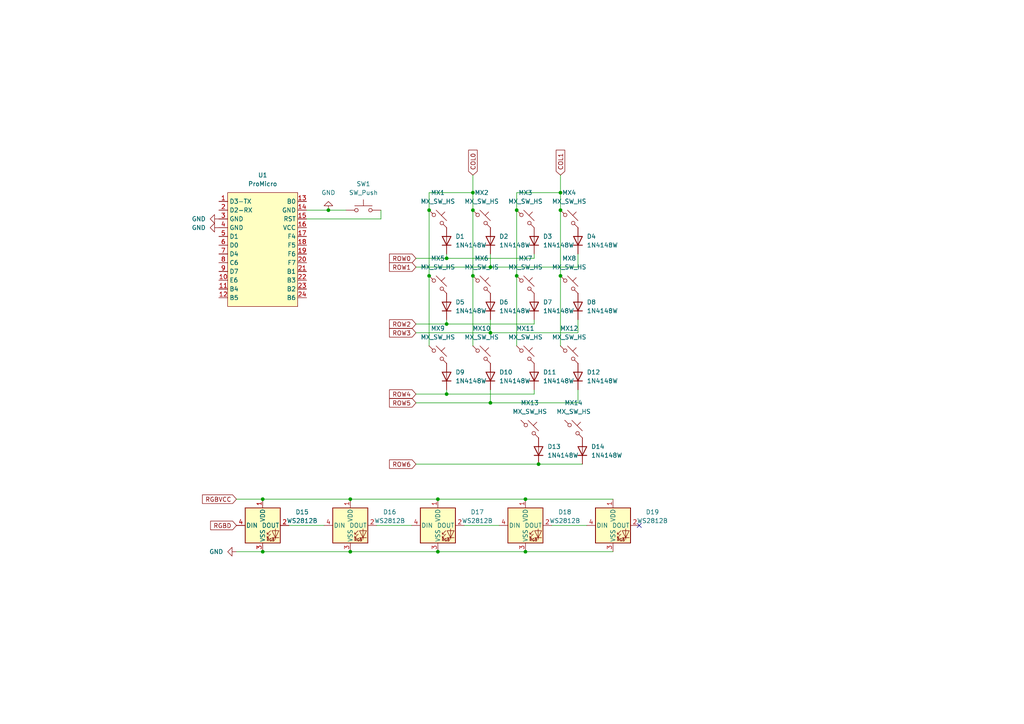
<source format=kicad_sch>
(kicad_sch (version 20230121) (generator eeschema)
  (paper "A4")
  (lib_symbols
    (symbol "Diode:1N4148W" (pin_numbers hide) (pin_names hide)
      (property "Reference" "D" (at 0 2.54 0))
      (property "Value" "1N4148W" (at 0 -2.54 0))
      (symbol "1N4148W_0_1"
        (polyline (pts (xy -1.27 1.27) (xy -1.27 -1.27)) (stroke (width 0.254)))
        (polyline (pts (xy 1.27 0) (xy -1.27 0)))
        (polyline (pts (xy 1.27 1.27) (xy 1.27 -1.27) (xy -1.27 0) (xy 1.27 1.27)) (stroke (width 0.254)))
      )
      (symbol "1N4148W_1_1"
        (pin passive line (at -3.81 0 0) (length 2.54) (name "K") (number "1"))
        (pin passive line (at 3.81 0 180) (length 2.54) (name "A") (number "2"))
      )
    )
    (symbol "LED:WS2812B" (pin_names (offset 0.254))
      (property "Reference" "D" (at 5.08 5.715 0))
      (property "Value" "WS2812B" (at 1.27 -5.715 0))
      (symbol "WS2812B_0_0"
        (text "RGB" (at 2.286 -4.191 0) (effects (font (size 0.762 0.762))))
      )
      (symbol "WS2812B_0_1"
        (polyline (pts (xy 1.27 -3.556) (xy 1.778 -3.556)))
        (polyline (pts (xy 1.27 -2.54) (xy 1.778 -2.54)))
        (polyline (pts (xy 4.699 -3.556) (xy 2.667 -3.556)))
        (polyline (pts (xy 2.286 -2.54) (xy 1.27 -3.556) (xy 1.27 -3.048)))
        (polyline (pts (xy 2.286 -1.524) (xy 1.27 -2.54) (xy 1.27 -2.032)))
        (polyline (pts (xy 3.683 -1.016) (xy 3.683 -3.556) (xy 3.683 -4.064)))
        (polyline (pts (xy 4.699 -1.524) (xy 2.667 -1.524) (xy 3.683 -3.556) (xy 4.699 -1.524)))
        (rectangle (start 5.08 5.08) (end -5.08 -5.08) (stroke (width 0.254)) (fill (type background)))
      )
      (symbol "WS2812B_1_1"
        (pin power_in line (at 0 7.62 270) (length 2.54) (name "VDD") (number "1"))
        (pin output line (at 7.62 0 180) (length 2.54) (name "DOUT") (number "2"))
        (pin power_in line (at 0 -7.62 90) (length 2.54) (name "VSS") (number "3"))
        (pin input line (at -7.62 0 0) (length 2.54) (name "DIN") (number "4"))
      )
    )
    (symbol "Switch:SW_Push" (pin_numbers hide) (pin_names (offset 1.016) hide)
      (property "Reference" "SW" (at 1.27 2.54 0))
      (property "Value" "SW_Push" (at 0 -1.524 0))
      (symbol "SW_Push_0_1"
        (circle (center -2.032 0) (radius 0.508))
        (polyline (pts (xy 0 1.27) (xy 0 3.048)))
        (polyline (pts (xy 2.54 1.27) (xy -2.54 1.27)))
        (circle (center 2.032 0) (radius 0.508))
        (pin passive line (at -5.08 0 0) (length 2.54) (name "1") (number "1"))
        (pin passive line (at 5.08 0 180) (length 2.54) (name "2") (number "2"))
      )
    )
    (symbol "marbastlib-mx:MX_SW_HS" (pin_numbers hide) (pin_names (offset 1.016) hide)
      (property "Reference" "MX" (at 3.048 1.016 0))
      (property "Value" "MX_SW_HS" (at 0 -3.81 0))
      (symbol "MX_SW_HS_0_1"
        (circle (center -1.1684 1.1684) (radius 0.508))
        (polyline (pts (xy -0.508 2.54) (xy 2.54 -0.508)))
        (polyline (pts (xy 1.016 1.016) (xy 2.032 2.032)))
        (polyline (pts (xy -2.54 2.54) (xy -1.524 1.524) (xy -1.524 1.524)))
        (polyline (pts (xy 1.524 -1.524) (xy 2.54 -2.54) (xy 2.54 -2.54) (xy 2.54 -2.54)))
        (circle (center 1.143 -1.1938) (radius 0.508))
        (pin passive line (at -2.54 2.54 0) (length 0) (name "1") (number "1"))
        (pin passive line (at 2.54 -2.54 180) (length 0) (name "2") (number "2"))
      )
    )
    (symbol "marbastlib-promicroish:Arduino_ProMicro" (in_bom no)
      (property "Reference" "U" (at 0 20.32 0))
      (property "Value" "ProMicro" (at 0 17.78 0))
      (symbol "Arduino_ProMicro_0_0"
        (pin bidirectional line (at -12.7 13.97 0) (length 2.54) (name "D3-TX") (number "1"))
        (pin bidirectional line (at -12.7 -8.89 0) (length 2.54) (name "E6") (number "10"))
        (pin bidirectional line (at -12.7 -11.43 0) (length 2.54) (name "B4") (number "11"))
        (pin bidirectional line (at -12.7 -13.97 0) (length 2.54) (name "B5") (number "12"))
        (pin power_out line (at 12.7 11.43 180) (length 2.54) (name "GND") (number "14"))
        (pin bidirectional line (at 12.7 8.89 180) (length 2.54) (name "RST") (number "15"))
        (pin bidirectional line (at 12.7 3.81 180) (length 2.54) (name "F4") (number "17"))
        (pin bidirectional line (at 12.7 1.27 180) (length 2.54) (name "F5") (number "18"))
        (pin bidirectional line (at 12.7 -1.27 180) (length 2.54) (name "F6") (number "19"))
        (pin bidirectional line (at -12.7 11.43 0) (length 2.54) (name "D2-RX") (number "2"))
        (pin bidirectional line (at 12.7 -3.81 180) (length 2.54) (name "F7") (number "20"))
        (pin bidirectional line (at 12.7 -6.35 180) (length 2.54) (name "B1") (number "21"))
        (pin bidirectional line (at 12.7 -8.89 180) (length 2.54) (name "B3") (number "22"))
        (pin bidirectional line (at 12.7 -11.43 180) (length 2.54) (name "B2") (number "23"))
        (pin bidirectional line (at 12.7 -13.97 180) (length 2.54) (name "B6") (number "24"))
        (pin power_out line (at -12.7 8.89 0) (length 2.54) (name "GND") (number "3"))
        (pin power_out line (at -12.7 6.35 0) (length 2.54) (name "GND") (number "4"))
        (pin bidirectional line (at -12.7 3.81 0) (length 2.54) (name "D1") (number "5"))
        (pin bidirectional line (at -12.7 1.27 0) (length 2.54) (name "D0") (number "6"))
        (pin bidirectional line (at -12.7 -1.27 0) (length 2.54) (name "D4") (number "7"))
        (pin bidirectional line (at -12.7 -3.81 0) (length 2.54) (name "C6") (number "8"))
        (pin bidirectional line (at -12.7 -6.35 0) (length 2.54) (name "D7") (number "9"))
      )
      (symbol "Arduino_ProMicro_1_0"
        (pin bidirectional line (at 12.7 13.97 180) (length 2.54) (name "B0") (number "13"))
        (pin power_out line (at 12.7 6.35 180) (length 2.54) (name "VCC") (number "16"))
      )
      (symbol "Arduino_ProMicro_1_1"
        (rectangle (start -10.16 16.51) (end 10.16 -16.51) (fill (type background)))
      )
    )
    (symbol "power:GND" (power) (pin_names (offset 0))
      (property "Value" "GND" (at 0 -3.81 0))
      (symbol "GND_0_1"
        (polyline (pts (xy 0 0) (xy 0 -1.27) (xy 1.27 -1.27) (xy 0 -2.54) (xy -1.27 -1.27) (xy 0 -1.27)))
      )
      (symbol "GND_1_1"
        (pin power_in line (at 0 0 270) (length 0) hide (name "GND") (number "1"))
      )
    )
  )
  (junction (at 127 160.02))
  (junction (at 127 144.78))
  (junction (at 101.6 144.78))
  (junction (at 137.16 55.88))
  (junction (at 137.16 60.96))
  (junction (at 152.4 160.02))
  (junction (at 124.46 60.96))
  (junction (at 101.6 160.02))
  (junction (at 142.24 116.84))
  (junction (at 129.54 93.98))
  (junction (at 76.2 144.78))
  (junction (at 156.21 134.62))
  (junction (at 142.24 96.52))
  (junction (at 137.16 80.01))
  (junction (at 162.56 60.96))
  (junction (at 76.2 160.02))
  (junction (at 129.54 114.3))
  (junction (at 149.86 60.96))
  (junction (at 162.56 80.01))
  (junction (at 124.46 80.01))
  (junction (at 95.25 60.96))
  (junction (at 129.54 74.93))
  (junction (at 149.86 80.01))
  (junction (at 152.4 144.78))
  (junction (at 142.24 77.47))
  (junction (at 162.56 55.88))
  (no_connect (at 185.42 152.4))
  (wire (pts (xy 110.49 60.96) (xy 110.49 63.5)))
  (wire (pts (xy 120.65 93.98) (xy 129.54 93.98)))
  (wire (pts (xy 152.4 160.02) (xy 177.8 160.02)))
  (wire (pts (xy 129.54 92.71) (xy 129.54 93.98)))
  (wire (pts (xy 137.16 80.01) (xy 137.16 100.33)))
  (wire (pts (xy 129.54 73.66) (xy 129.54 74.93)))
  (wire (pts (xy 162.56 80.01) (xy 162.56 100.33)))
  (wire (pts (xy 120.65 116.84) (xy 142.24 116.84)))
  (wire (pts (xy 120.65 134.62) (xy 156.21 134.62)))
  (wire (pts (xy 142.24 116.84) (xy 167.64 116.84)))
  (wire (pts (xy 167.64 77.47) (xy 167.64 73.66)))
  (wire (pts (xy 162.56 55.88) (xy 162.56 60.96)))
  (wire (pts (xy 76.2 144.78) (xy 101.6 144.78)))
  (wire (pts (xy 160.02 152.4) (xy 170.18 152.4)))
  (wire (pts (xy 127 144.78) (xy 152.4 144.78)))
  (wire (pts (xy 142.24 113.03) (xy 142.24 116.84)))
  (wire (pts (xy 127 160.02) (xy 152.4 160.02)))
  (wire (pts (xy 154.94 114.3) (xy 154.94 113.03)))
  (wire (pts (xy 162.56 50.8) (xy 162.56 55.88)))
  (wire (pts (xy 154.94 74.93) (xy 154.94 73.66)))
  (wire (pts (xy 167.64 96.52) (xy 167.64 92.71)))
  (wire (pts (xy 142.24 92.71) (xy 142.24 96.52)))
  (wire (pts (xy 129.54 93.98) (xy 154.94 93.98)))
  (wire (pts (xy 137.16 50.8) (xy 137.16 55.88)))
  (wire (pts (xy 129.54 113.03) (xy 129.54 114.3)))
  (wire (pts (xy 120.65 114.3) (xy 129.54 114.3)))
  (wire (pts (xy 142.24 77.47) (xy 167.64 77.47)))
  (wire (pts (xy 129.54 114.3) (xy 154.94 114.3)))
  (wire (pts (xy 88.9 60.96) (xy 95.25 60.96)))
  (wire (pts (xy 149.86 80.01) (xy 149.86 60.96)))
  (wire (pts (xy 129.54 74.93) (xy 154.94 74.93)))
  (wire (pts (xy 124.46 80.01) (xy 124.46 60.96)))
  (wire (pts (xy 156.21 134.62) (xy 168.91 134.62)))
  (wire (pts (xy 120.65 77.47) (xy 142.24 77.47)))
  (wire (pts (xy 149.86 100.33) (xy 149.86 80.01)))
  (wire (pts (xy 101.6 144.78) (xy 127 144.78)))
  (wire (pts (xy 124.46 100.33) (xy 124.46 80.01)))
  (wire (pts (xy 120.65 74.93) (xy 129.54 74.93)))
  (wire (pts (xy 101.6 160.02) (xy 127 160.02)))
  (wire (pts (xy 149.86 55.88) (xy 162.56 55.88)))
  (wire (pts (xy 142.24 96.52) (xy 167.64 96.52)))
  (wire (pts (xy 162.56 60.96) (xy 162.56 80.01)))
  (wire (pts (xy 152.4 144.78) (xy 177.8 144.78)))
  (wire (pts (xy 154.94 93.98) (xy 154.94 92.71)))
  (wire (pts (xy 142.24 73.66) (xy 142.24 77.47)))
  (wire (pts (xy 68.58 160.02) (xy 76.2 160.02)))
  (wire (pts (xy 120.65 96.52) (xy 142.24 96.52)))
  (wire (pts (xy 124.46 60.96) (xy 124.46 55.88)))
  (wire (pts (xy 137.16 55.88) (xy 137.16 60.96)))
  (wire (pts (xy 167.64 116.84) (xy 167.64 113.03)))
  (wire (pts (xy 134.62 152.4) (xy 144.78 152.4)))
  (wire (pts (xy 88.9 63.5) (xy 110.49 63.5)))
  (wire (pts (xy 68.58 144.78) (xy 76.2 144.78)))
  (wire (pts (xy 124.46 55.88) (xy 137.16 55.88)))
  (wire (pts (xy 83.82 152.4) (xy 93.98 152.4)))
  (wire (pts (xy 76.2 160.02) (xy 101.6 160.02)))
  (wire (pts (xy 95.25 60.96) (xy 100.33 60.96)))
  (wire (pts (xy 109.22 152.4) (xy 119.38 152.4)))
  (wire (pts (xy 149.86 60.96) (xy 149.86 55.88)))
  (wire (pts (xy 137.16 60.96) (xy 137.16 80.01)))
  (global_label "COL0" (shape input) (at 137.16 50.8 90) (property "Intersheetrefs" "${INTERSHEET_REFS}" (effects hide)))
  (global_label "RGBVCC" (shape input) (at 68.58 144.78 180) (property "Intersheetrefs" "${INTERSHEET_REFS}" (effects hide)))
  (global_label "ROW5" (shape input) (at 120.65 116.84 180) (property "Intersheetrefs" "${INTERSHEET_REFS}" (effects hide)))
  (global_label "ROW2" (shape input) (at 120.65 93.98 180) (property "Intersheetrefs" "${INTERSHEET_REFS}" (effects hide)))
  (global_label "COL1" (shape input) (at 162.56 50.8 90) (property "Intersheetrefs" "${INTERSHEET_REFS}" (effects hide)))
  (global_label "ROW0" (shape input) (at 120.65 74.93 180) (property "Intersheetrefs" "${INTERSHEET_REFS}" (effects hide)))
  (global_label "ROW6" (shape input) (at 120.65 134.62 180) (property "Intersheetrefs" "${INTERSHEET_REFS}" (effects hide)))
  (global_label "ROW4" (shape input) (at 120.65 114.3 180) (property "Intersheetrefs" "${INTERSHEET_REFS}" (effects hide)))
  (global_label "ROW3" (shape input) (at 120.65 96.52 180) (property "Intersheetrefs" "${INTERSHEET_REFS}" (effects hide)))
  (global_label "RGBD" (shape input) (at 68.58 152.4 180) (property "Intersheetrefs" "${INTERSHEET_REFS}" (effects hide)))
  (global_label "ROW1" (shape input) (at 120.65 77.47 180) (property "Intersheetrefs" "${INTERSHEET_REFS}" (effects hide)))
  (symbol (lib_id "Diode:1N4148W") (at 168.91 130.81 90) (unit 1)
    (property "Reference" "D14" (at 171.45 129.54 90) (effects (justify right)))
    (property "Value" "1N4148W" (at 171.45 132.08 90) (effects (justify right)))
    (property "Footprint" "Diode_SMD:D_SOD-123" (effects hide))
    (property "Datasheet" "https://www.vishay.com/docs/85748/1n4148w.pdf" (effects hide))
    (property "Sim.Device" "D" (effects hide))
    (property "Sim.Pins" "1=K 2=A" (effects hide))
  )
  (symbol (lib_id "LED:WS2812B") (at 177.8 152.4 0) (unit 1)
    (property "Reference" "D19" (at 189.23 148.5139 0))
    (property "Value" "WS2812B" (at 189.23 151.0539 0))
    (property "Footprint" "LED_SMD:LED_WS2812B_PLCC4_5.0x5.0mm_P3.2mm" (effects hide))
    (property "Datasheet" "https://cdn-shop.adafruit.com/datasheets/WS2812B.pdf" (effects hide))
  )
  (symbol (lib_id "Diode:1N4148W") (at 167.64 69.85 90) (unit 1)
    (property "Reference" "D4" (at 170.18 68.58 90) (effects (justify right)))
    (property "Value" "1N4148W" (at 170.18 71.12 90) (effects (justify right)))
    (property "Footprint" "Diode_SMD:D_SOD-123" (effects hide))
    (property "Datasheet" "https://www.vishay.com/docs/85748/1n4148w.pdf" (effects hide))
    (property "Sim.Device" "D" (effects hide))
    (property "Sim.Pins" "1=K 2=A" (effects hide))
  )
  (symbol (lib_id "power:GND") (at 95.25 60.96 180) (unit 1)
    (property "Reference" "#PWR01" (effects hide))
    (property "Value" "GND" (at 95.25 55.88 0))
  )
  (symbol (lib_id "Diode:1N4148W") (at 142.24 88.9 90) (unit 1)
    (property "Reference" "D6" (at 144.78 87.63 90) (effects (justify right)))
    (property "Value" "1N4148W" (at 144.78 90.17 90) (effects (justify right)))
    (property "Footprint" "Diode_SMD:D_SOD-123" (effects hide))
    (property "Datasheet" "https://www.vishay.com/docs/85748/1n4148w.pdf" (effects hide))
    (property "Sim.Device" "D" (effects hide))
    (property "Sim.Pins" "1=K 2=A" (effects hide))
  )
  (symbol (lib_id "LED:WS2812B") (at 101.6 152.4 0) (unit 1)
    (property "Reference" "D16" (at 113.03 148.5139 0))
    (property "Value" "WS2812B" (at 113.03 151.0539 0))
    (property "Footprint" "LED_SMD:LED_WS2812B_PLCC4_5.0x5.0mm_P3.2mm" (effects hide))
    (property "Datasheet" "https://cdn-shop.adafruit.com/datasheets/WS2812B.pdf" (effects hide))
  )
  (symbol (lib_id "marbastlib-mx:MX_SW_HS") (at 139.7 82.55 0) (unit 1)
    (property "Reference" "MX6" (at 139.7 74.93 0))
    (property "Value" "MX_SW_HS" (at 139.7 77.47 0))
    (property "Footprint" "marbastlib-mx:SW_MX_HS_1u" (effects hide))
  )
  (symbol (lib_id "power:GND") (at 63.5 63.5 270) (unit 1)
    (property "Reference" "#PWR02" (effects hide))
    (property "Value" "GND" (at 59.69 63.5 90) (effects (justify right)))
  )
  (symbol (lib_id "Diode:1N4148W") (at 142.24 69.85 90) (unit 1)
    (property "Reference" "D2" (at 144.78 68.58 90) (effects (justify right)))
    (property "Value" "1N4148W" (at 144.78 71.12 90) (effects (justify right)))
    (property "Footprint" "Diode_SMD:D_SOD-123" (effects hide))
    (property "Datasheet" "https://www.vishay.com/docs/85748/1n4148w.pdf" (effects hide))
    (property "Sim.Device" "D" (effects hide))
    (property "Sim.Pins" "1=K 2=A" (effects hide))
  )
  (symbol (lib_id "marbastlib-mx:MX_SW_HS") (at 153.67 124.46 0) (unit 1)
    (property "Reference" "MX13" (at 153.67 116.84 0))
    (property "Value" "MX_SW_HS" (at 153.67 119.38 0))
    (property "Footprint" "marbastlib-mx:SW_MX_HS_1u" (effects hide))
  )
  (symbol (lib_id "power:GND") (at 68.58 160.02 270) (unit 1)
    (property "Reference" "#PWR04" (effects hide))
    (property "Value" "GND" (at 64.77 160.02 90) (effects (justify right)))
  )
  (symbol (lib_id "marbastlib-mx:MX_SW_HS") (at 127 102.87 0) (unit 1)
    (property "Reference" "MX9" (at 127 95.25 0))
    (property "Value" "MX_SW_HS" (at 127 97.79 0))
    (property "Footprint" "marbastlib-mx:SW_MX_HS_1u" (effects hide))
  )
  (symbol (lib_id "marbastlib-mx:MX_SW_HS") (at 139.7 63.5 0) (unit 1)
    (property "Reference" "MX2" (at 139.7 55.88 0))
    (property "Value" "MX_SW_HS" (at 139.7 58.42 0))
    (property "Footprint" "marbastlib-mx:SW_MX_HS_1u" (effects hide))
  )
  (symbol (lib_id "Diode:1N4148W") (at 129.54 88.9 90) (unit 1)
    (property "Reference" "D5" (at 132.08 87.63 90) (effects (justify right)))
    (property "Value" "1N4148W" (at 132.08 90.17 90) (effects (justify right)))
    (property "Footprint" "Diode_SMD:D_SOD-123" (effects hide))
    (property "Datasheet" "https://www.vishay.com/docs/85748/1n4148w.pdf" (effects hide))
    (property "Sim.Device" "D" (effects hide))
    (property "Sim.Pins" "1=K 2=A" (effects hide))
  )
  (symbol (lib_id "marbastlib-mx:MX_SW_HS") (at 127 82.55 0) (unit 1)
    (property "Reference" "MX5" (at 127 74.93 0))
    (property "Value" "MX_SW_HS" (at 127 77.47 0))
    (property "Footprint" "marbastlib-mx:SW_MX_HS_1u" (effects hide))
  )
  (symbol (lib_id "marbastlib-mx:MX_SW_HS") (at 152.4 102.87 0) (unit 1)
    (property "Reference" "MX11" (at 152.4 95.25 0))
    (property "Value" "MX_SW_HS" (at 152.4 97.79 0))
    (property "Footprint" "marbastlib-mx:SW_MX_HS_1u" (effects hide))
  )
  (symbol (lib_id "Diode:1N4148W") (at 154.94 69.85 90) (unit 1)
    (property "Reference" "D3" (at 157.48 68.58 90) (effects (justify right)))
    (property "Value" "1N4148W" (at 157.48 71.12 90) (effects (justify right)))
    (property "Footprint" "Diode_SMD:D_SOD-123" (effects hide))
    (property "Datasheet" "https://www.vishay.com/docs/85748/1n4148w.pdf" (effects hide))
    (property "Sim.Device" "D" (effects hide))
    (property "Sim.Pins" "1=K 2=A" (effects hide))
  )
  (symbol (lib_id "Diode:1N4148W") (at 167.64 88.9 90) (unit 1)
    (property "Reference" "D8" (at 170.18 87.63 90) (effects (justify right)))
    (property "Value" "1N4148W" (at 170.18 90.17 90) (effects (justify right)))
    (property "Footprint" "Diode_SMD:D_SOD-123" (effects hide))
    (property "Datasheet" "https://www.vishay.com/docs/85748/1n4148w.pdf" (effects hide))
    (property "Sim.Device" "D" (effects hide))
    (property "Sim.Pins" "1=K 2=A" (effects hide))
  )
  (symbol (lib_id "Diode:1N4148W") (at 129.54 69.85 90) (unit 1)
    (property "Reference" "D1" (at 132.08 68.58 90) (effects (justify right)))
    (property "Value" "1N4148W" (at 132.08 71.12 90) (effects (justify right)))
    (property "Footprint" "Diode_SMD:D_SOD-123" (effects hide))
    (property "Datasheet" "https://www.vishay.com/docs/85748/1n4148w.pdf" (effects hide))
    (property "Sim.Device" "D" (effects hide))
    (property "Sim.Pins" "1=K 2=A" (effects hide))
  )
  (symbol (lib_id "Switch:SW_Push") (at 105.41 60.96 0) (unit 1)
    (property "Reference" "SW1" (at 105.41 53.34 0))
    (property "Value" "SW_Push" (at 105.41 55.88 0))
  )
  (symbol (lib_id "marbastlib-mx:MX_SW_HS") (at 165.1 63.5 0) (unit 1)
    (property "Reference" "MX4" (at 165.1 55.88 0))
    (property "Value" "MX_SW_HS" (at 165.1 58.42 0))
    (property "Footprint" "marbastlib-mx:SW_MX_HS_1u" (effects hide))
  )
  (symbol (lib_id "marbastlib-mx:MX_SW_HS") (at 152.4 82.55 0) (unit 1)
    (property "Reference" "MX7" (at 152.4 74.93 0))
    (property "Value" "MX_SW_HS" (at 152.4 77.47 0))
    (property "Footprint" "marbastlib-mx:SW_MX_HS_1u" (effects hide))
  )
  (symbol (lib_id "Diode:1N4148W") (at 129.54 109.22 90) (unit 1)
    (property "Reference" "D9" (at 132.08 107.95 90) (effects (justify right)))
    (property "Value" "1N4148W" (at 132.08 110.49 90) (effects (justify right)))
    (property "Footprint" "Diode_SMD:D_SOD-123" (effects hide))
    (property "Datasheet" "https://www.vishay.com/docs/85748/1n4148w.pdf" (effects hide))
    (property "Sim.Device" "D" (effects hide))
    (property "Sim.Pins" "1=K 2=A" (effects hide))
  )
  (symbol (lib_id "Diode:1N4148W") (at 154.94 88.9 90) (unit 1)
    (property "Reference" "D7" (at 157.48 87.63 90) (effects (justify right)))
    (property "Value" "1N4148W" (at 157.48 90.17 90) (effects (justify right)))
    (property "Footprint" "Diode_SMD:D_SOD-123" (effects hide))
    (property "Datasheet" "https://www.vishay.com/docs/85748/1n4148w.pdf" (effects hide))
    (property "Sim.Device" "D" (effects hide))
    (property "Sim.Pins" "1=K 2=A" (effects hide))
  )
  (symbol (lib_id "Diode:1N4148W") (at 156.21 130.81 90) (unit 1)
    (property "Reference" "D13" (at 158.75 129.54 90) (effects (justify right)))
    (property "Value" "1N4148W" (at 158.75 132.08 90) (effects (justify right)))
    (property "Footprint" "Diode_SMD:D_SOD-123" (effects hide))
    (property "Datasheet" "https://www.vishay.com/docs/85748/1n4148w.pdf" (effects hide))
    (property "Sim.Device" "D" (effects hide))
    (property "Sim.Pins" "1=K 2=A" (effects hide))
  )
  (symbol (lib_id "Diode:1N4148W") (at 167.64 109.22 90) (unit 1)
    (property "Reference" "D12" (at 170.18 107.95 90) (effects (justify right)))
    (property "Value" "1N4148W" (at 170.18 110.49 90) (effects (justify right)))
    (property "Footprint" "Diode_SMD:D_SOD-123" (effects hide))
    (property "Datasheet" "https://www.vishay.com/docs/85748/1n4148w.pdf" (effects hide))
    (property "Sim.Device" "D" (effects hide))
    (property "Sim.Pins" "1=K 2=A" (effects hide))
  )
  (symbol (lib_id "marbastlib-promicroish:Arduino_ProMicro") (at 76.2 72.39 0) (unit 1) (in_bom no)
    (property "Reference" "U1" (at 76.2 50.8 0))
    (property "Value" "ProMicro" (at 76.2 53.34 0))
    (property "Footprint" "marbastlib-xp-promicroish:ProMicro_USBup" (effects hide))
  )
  (symbol (lib_id "marbastlib-mx:MX_SW_HS") (at 166.37 124.46 0) (unit 1)
    (property "Reference" "MX14" (at 166.37 116.84 0))
    (property "Value" "MX_SW_HS" (at 166.37 119.38 0))
    (property "Footprint" "marbastlib-mx:SW_MX_HS_1u" (effects hide))
  )
  (symbol (lib_id "power:GND") (at 63.5 66.04 270) (unit 1)
    (property "Reference" "#PWR03" (effects hide))
    (property "Value" "GND" (at 59.69 66.04 90) (effects (justify right)))
  )
  (symbol (lib_id "marbastlib-mx:MX_SW_HS") (at 165.1 102.87 0) (unit 1)
    (property "Reference" "MX12" (at 165.1 95.25 0))
    (property "Value" "MX_SW_HS" (at 165.1 97.79 0))
    (property "Footprint" "marbastlib-mx:SW_MX_HS_1u" (effects hide))
  )
  (symbol (lib_id "marbastlib-mx:MX_SW_HS") (at 139.7 102.87 0) (unit 1)
    (property "Reference" "MX10" (at 139.7 95.25 0))
    (property "Value" "MX_SW_HS" (at 139.7 97.79 0))
    (property "Footprint" "marbastlib-mx:SW_MX_HS_1u" (effects hide))
  )
  (symbol (lib_id "marbastlib-mx:MX_SW_HS") (at 152.4 63.5 0) (unit 1)
    (property "Reference" "MX3" (at 152.4 55.88 0))
    (property "Value" "MX_SW_HS" (at 152.4 58.42 0))
    (property "Footprint" "marbastlib-mx:SW_MX_HS_1u" (effects hide))
  )
  (symbol (lib_id "marbastlib-mx:MX_SW_HS") (at 127 63.5 0) (unit 1)
    (property "Reference" "MX1" (at 127 55.88 0))
    (property "Value" "MX_SW_HS" (at 127 58.42 0))
    (property "Footprint" "marbastlib-mx:SW_MX_HS_1u" (effects hide))
  )
  (symbol (lib_id "LED:WS2812B") (at 127 152.4 0) (unit 1)
    (property "Reference" "D17" (at 138.43 148.5139 0))
    (property "Value" "WS2812B" (at 138.43 151.0539 0))
    (property "Footprint" "LED_SMD:LED_WS2812B_PLCC4_5.0x5.0mm_P3.2mm" (effects hide))
    (property "Datasheet" "https://cdn-shop.adafruit.com/datasheets/WS2812B.pdf" (effects hide))
  )
  (symbol (lib_id "Diode:1N4148W") (at 142.24 109.22 90) (unit 1)
    (property "Reference" "D10" (at 144.78 107.95 90) (effects (justify right)))
    (property "Value" "1N4148W" (at 144.78 110.49 90) (effects (justify right)))
    (property "Footprint" "Diode_SMD:D_SOD-123" (effects hide))
    (property "Datasheet" "https://www.vishay.com/docs/85748/1n4148w.pdf" (effects hide))
    (property "Sim.Device" "D" (effects hide))
    (property "Sim.Pins" "1=K 2=A" (effects hide))
  )
  (symbol (lib_id "Diode:1N4148W") (at 154.94 109.22 90) (unit 1)
    (property "Reference" "D11" (at 157.48 107.95 90) (effects (justify right)))
    (property "Value" "1N4148W" (at 157.48 110.49 90) (effects (justify right)))
    (property "Footprint" "Diode_SMD:D_SOD-123" (effects hide))
    (property "Datasheet" "https://www.vishay.com/docs/85748/1n4148w.pdf" (effects hide))
    (property "Sim.Device" "D" (effects hide))
    (property "Sim.Pins" "1=K 2=A" (effects hide))
  )
  (symbol (lib_id "LED:WS2812B") (at 76.2 152.4 0) (unit 1)
    (property "Reference" "D15" (at 87.63 148.5139 0))
    (property "Value" "WS2812B" (at 87.63 151.0539 0))
    (property "Footprint" "LED_SMD:LED_WS2812B_PLCC4_5.0x5.0mm_P3.2mm" (effects hide))
    (property "Datasheet" "https://cdn-shop.adafruit.com/datasheets/WS2812B.pdf" (effects hide))
  )
  (symbol (lib_id "marbastlib-mx:MX_SW_HS") (at 165.1 82.55 0) (unit 1)
    (property "Reference" "MX8" (at 165.1 74.93 0))
    (property "Value" "MX_SW_HS" (at 165.1 77.47 0))
    (property "Footprint" "marbastlib-mx:SW_MX_HS_1u" (effects hide))
  )
  (symbol (lib_id "LED:WS2812B") (at 152.4 152.4 0) (unit 1)
    (property "Reference" "D18" (at 163.83 148.5139 0))
    (property "Value" "WS2812B" (at 163.83 151.0539 0))
    (property "Footprint" "LED_SMD:LED_WS2812B_PLCC4_5.0x5.0mm_P3.2mm" (effects hide))
    (property "Datasheet" "https://cdn-shop.adafruit.com/datasheets/WS2812B.pdf" (effects hide))
  )
)
</source>
